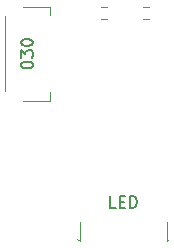
<source format=gbr>
%TF.GenerationSoftware,KiCad,Pcbnew,9.0.0*%
%TF.CreationDate,2025-08-30T20:52:42+01:00*%
%TF.ProjectId,030,3033302e-6b69-4636-9164-5f7063625858,rev?*%
%TF.SameCoordinates,Original*%
%TF.FileFunction,Legend,Top*%
%TF.FilePolarity,Positive*%
%FSLAX46Y46*%
G04 Gerber Fmt 4.6, Leading zero omitted, Abs format (unit mm)*
G04 Created by KiCad (PCBNEW 9.0.0) date 2025-08-30 20:52:42*
%MOMM*%
%LPD*%
G01*
G04 APERTURE LIST*
%ADD10C,0.150000*%
%ADD11C,0.120000*%
G04 APERTURE END LIST*
D10*
X97500819Y-58149999D02*
X97500819Y-58054761D01*
X97500819Y-58054761D02*
X97548438Y-57959523D01*
X97548438Y-57959523D02*
X97596057Y-57911904D01*
X97596057Y-57911904D02*
X97691295Y-57864285D01*
X97691295Y-57864285D02*
X97881771Y-57816666D01*
X97881771Y-57816666D02*
X98119866Y-57816666D01*
X98119866Y-57816666D02*
X98310342Y-57864285D01*
X98310342Y-57864285D02*
X98405580Y-57911904D01*
X98405580Y-57911904D02*
X98453200Y-57959523D01*
X98453200Y-57959523D02*
X98500819Y-58054761D01*
X98500819Y-58054761D02*
X98500819Y-58149999D01*
X98500819Y-58149999D02*
X98453200Y-58245237D01*
X98453200Y-58245237D02*
X98405580Y-58292856D01*
X98405580Y-58292856D02*
X98310342Y-58340475D01*
X98310342Y-58340475D02*
X98119866Y-58388094D01*
X98119866Y-58388094D02*
X97881771Y-58388094D01*
X97881771Y-58388094D02*
X97691295Y-58340475D01*
X97691295Y-58340475D02*
X97596057Y-58292856D01*
X97596057Y-58292856D02*
X97548438Y-58245237D01*
X97548438Y-58245237D02*
X97500819Y-58149999D01*
X97500819Y-57483332D02*
X97500819Y-56864285D01*
X97500819Y-56864285D02*
X97881771Y-57197618D01*
X97881771Y-57197618D02*
X97881771Y-57054761D01*
X97881771Y-57054761D02*
X97929390Y-56959523D01*
X97929390Y-56959523D02*
X97977009Y-56911904D01*
X97977009Y-56911904D02*
X98072247Y-56864285D01*
X98072247Y-56864285D02*
X98310342Y-56864285D01*
X98310342Y-56864285D02*
X98405580Y-56911904D01*
X98405580Y-56911904D02*
X98453200Y-56959523D01*
X98453200Y-56959523D02*
X98500819Y-57054761D01*
X98500819Y-57054761D02*
X98500819Y-57340475D01*
X98500819Y-57340475D02*
X98453200Y-57435713D01*
X98453200Y-57435713D02*
X98405580Y-57483332D01*
X97500819Y-56245237D02*
X97500819Y-56149999D01*
X97500819Y-56149999D02*
X97548438Y-56054761D01*
X97548438Y-56054761D02*
X97596057Y-56007142D01*
X97596057Y-56007142D02*
X97691295Y-55959523D01*
X97691295Y-55959523D02*
X97881771Y-55911904D01*
X97881771Y-55911904D02*
X98119866Y-55911904D01*
X98119866Y-55911904D02*
X98310342Y-55959523D01*
X98310342Y-55959523D02*
X98405580Y-56007142D01*
X98405580Y-56007142D02*
X98453200Y-56054761D01*
X98453200Y-56054761D02*
X98500819Y-56149999D01*
X98500819Y-56149999D02*
X98500819Y-56245237D01*
X98500819Y-56245237D02*
X98453200Y-56340475D01*
X98453200Y-56340475D02*
X98405580Y-56388094D01*
X98405580Y-56388094D02*
X98310342Y-56435713D01*
X98310342Y-56435713D02*
X98119866Y-56483332D01*
X98119866Y-56483332D02*
X97881771Y-56483332D01*
X97881771Y-56483332D02*
X97691295Y-56435713D01*
X97691295Y-56435713D02*
X97596057Y-56388094D01*
X97596057Y-56388094D02*
X97548438Y-56340475D01*
X97548438Y-56340475D02*
X97500819Y-56245237D01*
X105517142Y-70198819D02*
X105040952Y-70198819D01*
X105040952Y-70198819D02*
X105040952Y-69198819D01*
X105850476Y-69675009D02*
X106183809Y-69675009D01*
X106326666Y-70198819D02*
X105850476Y-70198819D01*
X105850476Y-70198819D02*
X105850476Y-69198819D01*
X105850476Y-69198819D02*
X106326666Y-69198819D01*
X106755238Y-70198819D02*
X106755238Y-69198819D01*
X106755238Y-69198819D02*
X106993333Y-69198819D01*
X106993333Y-69198819D02*
X107136190Y-69246438D01*
X107136190Y-69246438D02*
X107231428Y-69341676D01*
X107231428Y-69341676D02*
X107279047Y-69436914D01*
X107279047Y-69436914D02*
X107326666Y-69627390D01*
X107326666Y-69627390D02*
X107326666Y-69770247D01*
X107326666Y-69770247D02*
X107279047Y-69960723D01*
X107279047Y-69960723D02*
X107231428Y-70055961D01*
X107231428Y-70055961D02*
X107136190Y-70151200D01*
X107136190Y-70151200D02*
X106993333Y-70198819D01*
X106993333Y-70198819D02*
X106755238Y-70198819D01*
D11*
%TO.C,R1*%
X107824276Y-53198500D02*
X108333724Y-53198500D01*
X107824276Y-54243500D02*
X108333724Y-54243500D01*
%TO.C,J1*%
X96136200Y-53979501D02*
X96136200Y-60296501D01*
X97651681Y-61113101D02*
X99997000Y-61113101D01*
X99997000Y-53162901D02*
X97651681Y-53162901D01*
X99997000Y-53880656D02*
X99997000Y-53162901D01*
X99997000Y-61113101D02*
X99997000Y-60395346D01*
%TO.C,R2*%
X104268276Y-53198500D02*
X104777724Y-53198500D01*
X104268276Y-54243500D02*
X104777724Y-54243500D01*
%TO.C,D1*%
X102462000Y-71440000D02*
X102462000Y-73040000D01*
X102462000Y-73040000D02*
X102262000Y-72840000D01*
X109862000Y-71440000D02*
X109862000Y-73040000D01*
X109862000Y-73040000D02*
X110062000Y-72840000D01*
%TD*%
M02*

</source>
